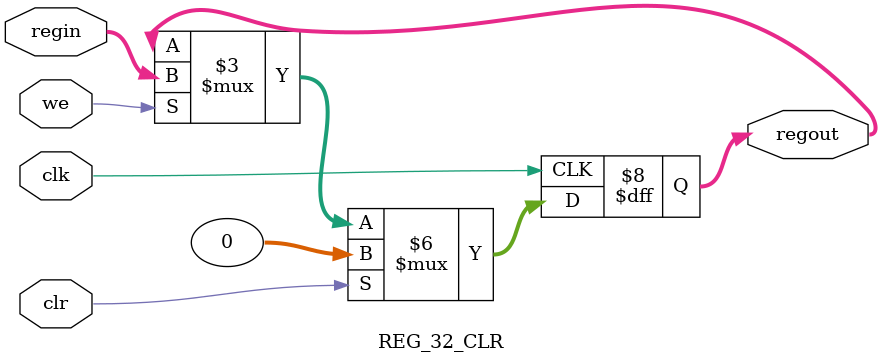
<source format=v>
module  REG_32_CLR(regout,regin,clk,we,clr);
  output [31:0] regout;
  input  clk,we,clr;
  input  [31:0] regin;
  reg [31:0] regout;

  always @ (posedge clk)
	   begin
		    if(clr)
		       regout<=32'd0;
		    else if(we)
					 regout<=regin;
		    else 
					 regout<=regout;
	   end
endmodule
</source>
